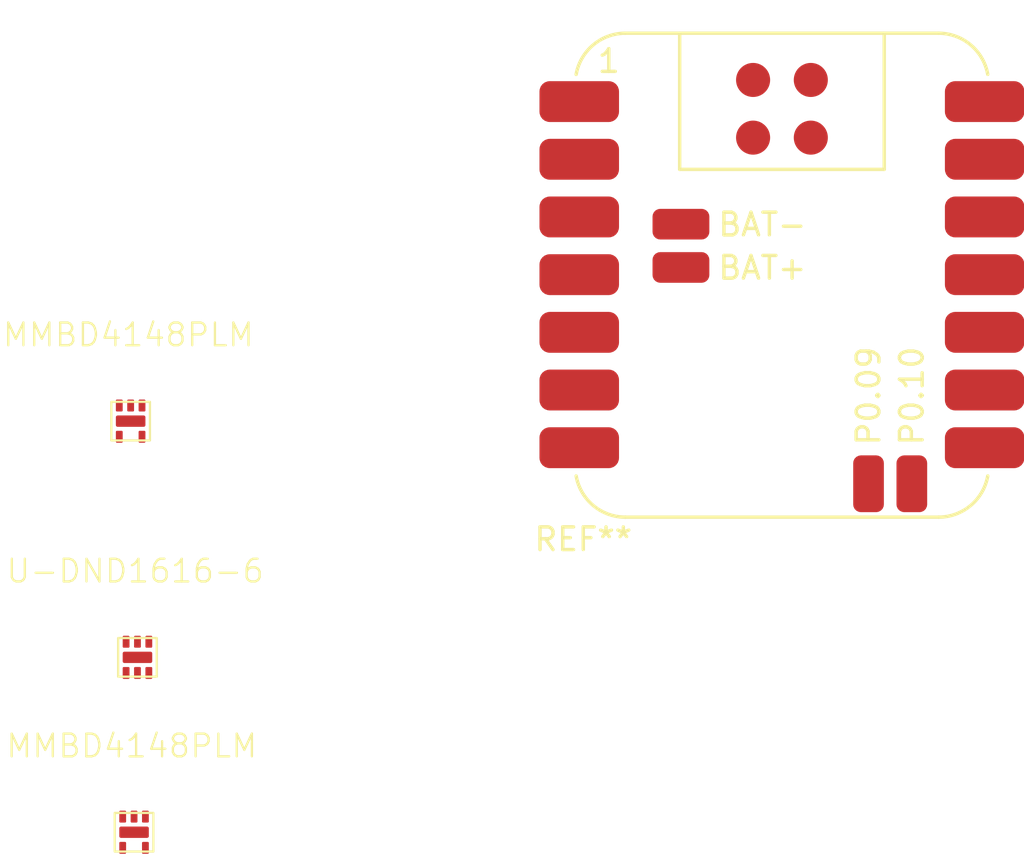
<source format=kicad_pcb>
(kicad_pcb (version 20241229) (generator "pcbnew") (generator_version "9.0")
  (layers (0 "F.Cu" signal) (2 "B.Cu" signal) (13 "F.Paste" user) (15 "B.Paste" user) (5 "F.SilkS" user "F.Silkscreen") (7 "B.SilkS" user "B.Silkscreen") (1 "F.Mask" user) (3 "B.Mask" user) (25 "Edge.Cuts" user))
  (net 0 "")
  (footprint "huntercook:D_MMBD4148PLM" (layer "F.Cu") (at 118.21 90.34)
    (property "Reference" "MMBD4148PLM" (at -0.1 -3.8 0) (layer "F.SilkS") (effects (font (thickness 0.1))))
    (property "Value" "MMBD4148PLM")
    (fp_rect (start -0.85 -0.85) (end 0.85 0.85) (stroke (width 0.1)) (fill no) (layer "F.SilkS"))
    (pad "1" smd roundrect (at -0.5 -0.6875 180) (size 0.3 0.525) (layers "F.Cu" "F.Mask" "F.Paste") (roundrect_rratio 0.15))
    (pad "2" smd roundrect (at 0 -0.6875 180) (size 0.3 0.525) (layers "F.Cu" "F.Mask" "F.Paste") (roundrect_rratio 0.15))
    (pad "3" smd roundrect (at 0.5 -0.6875 180) (size 0.3 0.525) (layers "F.Cu" "F.Mask" "F.Paste") (roundrect_rratio 0.15))
    (pad "4" smd roundrect (at -0.5 0.6875 180) (size 0.3 0.525) (layers "F.Cu" "F.Mask" "F.Paste") (roundrect_rratio 0.15))
    (pad "5" smd roundrect (at 0.5 0.6875 180) (size 0.3 0.525) (layers "F.Cu" "F.Mask" "F.Paste") (roundrect_rratio 0.15))
    (pad "6" smd roundrect (at 0 0 180) (size 1.3 0.5) (layers "F.Cu" "F.Mask" "F.Paste") (roundrect_rratio 0.15))
  )
  (footprint "huntercook:D_MMBD4148PLM" (layer "F.Cu") (at 118.36 108.44)
    (property "Reference" "MMBD4148PLM" (at -0.1 -3.8 0) (layer "F.SilkS") (effects (font (thickness 0.1))))
    (property "Value" "MMBD4148PLM")
    (fp_rect (start -0.85 -0.85) (end 0.85 0.85) (stroke (width 0.1)) (fill no) (layer "F.SilkS"))
    (pad "1" smd roundrect (at -0.5 -0.6875 180) (size 0.3 0.525) (layers "F.Cu" "F.Mask" "F.Paste") (roundrect_rratio 0.15))
    (pad "2" smd roundrect (at 0 -0.6875 180) (size 0.3 0.525) (layers "F.Cu" "F.Mask" "F.Paste") (roundrect_rratio 0.15))
    (pad "3" smd roundrect (at 0.5 -0.6875 180) (size 0.3 0.525) (layers "F.Cu" "F.Mask" "F.Paste") (roundrect_rratio 0.15))
    (pad "4" smd roundrect (at -0.5 0.6875 180) (size 0.3 0.525) (layers "F.Cu" "F.Mask" "F.Paste") (roundrect_rratio 0.15))
    (pad "5" smd roundrect (at 0.5 0.6875 180) (size 0.3 0.525) (layers "F.Cu" "F.Mask" "F.Paste") (roundrect_rratio 0.15))
    (pad "6" smd roundrect (at 0 0 180) (size 1.3 0.5) (layers "F.Cu" "F.Mask" "F.Paste") (roundrect_rratio 0.15))
  )
  (footprint "marbastlib-xp-promicroish:Xiao_nRF52840_AC_Reflow" (layer "F.Cu") (at 146.87 83.89)
    (property "Reference" "REF**" (at -6.5 11.65 0) (layer "F.SilkS") (effects (justify right)))
    (property "Value" "Xiao_nRF52840_ACH_1")
    (fp_line (start -6.890001 -10.63) (end 6.889999 -10.63) (stroke (width 0.15)) (layer "F.SilkS"))
    (fp_line (start -4.500881 -4.6355) (end -4.500881 -10.63) (stroke (width 0.15)) (layer "F.SilkS"))
    (fp_line (start 4.500879 -4.6355) (end -4.500881 -4.6355) (stroke (width 0.15)) (layer "F.SilkS"))
    (fp_line (start 4.500879 -4.6355) (end 4.500879 -10.63) (stroke (width 0.15)) (layer "F.SilkS"))
    (fp_line (start 6.889999 10.6775) (end -6.890001 10.6775) (stroke (width 0.15)) (layer "F.SilkS"))
    (fp_arc (start -9.055742 -8.816738) (mid -8.302299 -10.116834) (end -6.890001 -10.63) (stroke (width 0.15)) (layer "F.SilkS"))
    (fp_arc (start -6.89 10.6775) (mid -8.302299 10.164335) (end -9.055742 8.864239) (stroke (width 0.15)) (layer "F.SilkS"))
    (fp_arc (start 6.889999 -10.63) (mid 8.302298 -10.116835) (end 9.05574 -8.816738) (stroke (width 0.15)) (layer "F.SilkS"))
    (fp_arc (start 9.05574 8.864238) (mid 8.302298 10.164335) (end 6.889999 10.6775) (stroke (width 0.15)) (layer "F.SilkS"))
    (fp_text user "BAT+" (at -2.889999 0.28425 0) (layer "F.SilkS") (effects (justify left bottom)))
    (fp_text user "P0.09" (at 3.81 7.6075 90) (layer "F.SilkS") (effects (justify left)))
    (fp_text user "P0.10" (at 5.715 7.6075 90) (layer "F.SilkS") (effects (justify left)))
    (fp_text user "1" (at -7.62 -8.82 0) (layer "F.SilkS") (effects (justify bottom)))
    (fp_text user "BAT-" (at -2.889999 -1.62075 0) (layer "F.SilkS") (effects (justify left bottom)))
    (pad "1" smd roundrect (at -8.92 -7.62) (size 3.5 1.8) (layers "F.Cu" "F.Mask" "F.Paste"))
    (pad "2" smd roundrect (at -8.92 -5.08) (size 3.5 1.8) (layers "F.Cu" "F.Mask" "F.Paste"))
    (pad "3" smd roundrect (at -8.92 -2.54) (size 3.5 1.8) (layers "F.Cu" "F.Mask" "F.Paste"))
    (pad "4" smd roundrect (at -8.92 0) (size 3.5 1.8) (layers "F.Cu" "F.Mask" "F.Paste"))
    (pad "5" smd roundrect (at -8.92 2.54) (size 3.5 1.8) (layers "F.Cu" "F.Mask" "F.Paste"))
    (pad "6" smd roundrect (at -8.92 5.08) (size 3.5 1.8) (layers "F.Cu" "F.Mask" "F.Paste"))
    (pad "7" smd roundrect (at -8.92 7.62) (size 3.5 1.8) (layers "F.Cu" "F.Mask" "F.Paste"))
    (pad "8" smd roundrect (at 8.92 -7.62 180) (size 3.5 1.8) (layers "F.Cu" "F.Mask" "F.Paste"))
    (pad "9" smd roundrect (at 8.92 -5.08 180) (size 3.5 1.8) (layers "F.Cu" "F.Mask" "F.Paste"))
    (pad "10" smd roundrect (at 8.92 -2.539999 180) (size 3.5 1.8) (layers "F.Cu" "F.Mask" "F.Paste"))
    (pad "11" smd roundrect (at 8.92 0 180) (size 3.5 1.8) (layers "F.Cu" "F.Mask" "F.Paste"))
    (pad "12" smd roundrect (at 8.92 2.54 180) (size 3.5 1.8) (layers "F.Cu" "F.Mask" "F.Paste"))
    (pad "13" smd roundrect (at 8.92 5.08) (size 3.5 1.8) (layers "F.Cu" "F.Mask" "F.Paste"))
    (pad "14" smd roundrect (at 8.92 7.62) (size 3.5 1.8) (layers "F.Cu" "F.Mask" "F.Paste"))
    (pad "15" smd roundrect (at -4.445001 -2.2225) (size 2.5 1.35) (layers "F.Cu" "F.Mask" "F.Paste"))
    (pad "16" smd roundrect (at -4.445002 -0.3175) (size 2.5 1.35) (layers "F.Cu" "F.Mask" "F.Paste"))
    (pad "17" smd roundrect (at 3.81 9.2075 90) (size 2.5 1.35) (layers "F.Cu" "F.Mask" "F.Paste"))
    (pad "18" smd roundrect (at 5.715 9.2075 90) (size 2.5 1.35) (layers "F.Cu" "F.Mask" "F.Paste"))
    (pad "19" smd circle (at -1.27 -8.5725 180) (size 1.5 1.5) (layers "F.Cu" "F.Mask" "F.Paste"))
    (pad "20" smd circle (at 1.27 -8.5725 180) (size 1.5 1.5) (layers "F.Cu" "F.Mask" "F.Paste"))
    (pad "21" smd circle (at -1.27 -6.0325 180) (size 1.5 1.5) (layers "F.Cu" "F.Mask" "F.Paste"))
    (pad "22" smd circle (at 1.27 -6.0325 180) (size 1.5 1.5) (layers "F.Cu" "F.Mask" "F.Paste"))
  )
  (footprint "huntercook:U-DND1616-6" (layer "F.Cu") (at 118.51 100.74)
    (property "Reference" "U-DND1616-6" (at -0.1 -3.8 0) (layer "F.SilkS") (effects (font (thickness 0.1))))
    (property "Value" "U-DND1616-6")
    (fp_rect (start -0.85 -0.85) (end 0.85 0.85) (stroke (width 0.1)) (fill no) (layer "F.SilkS"))
    (pad "1" smd roundrect (at -0.5 -0.6875 180) (size 0.3 0.525) (layers "F.Cu" "F.Mask" "F.Paste") (roundrect_rratio 0.15))
    (pad "2" smd roundrect (at 0 -0.6875 180) (size 0.3 0.525) (layers "F.Cu" "F.Mask" "F.Paste") (roundrect_rratio 0.15))
    (pad "3" smd roundrect (at 0.5 -0.6875 180) (size 0.3 0.525) (layers "F.Cu" "F.Mask" "F.Paste") (roundrect_rratio 0.15))
    (pad "4" smd roundrect (at -0.5 0.6875 180) (size 0.3 0.525) (layers "F.Cu" "F.Mask" "F.Paste") (roundrect_rratio 0.15))
    (pad "5" smd roundrect (at 0 0.687 180) (size 0.3 0.525) (layers "F.Cu" "F.Mask" "F.Paste") (roundrect_rratio 0.15))
    (pad "6" smd roundrect (at 0 0 180) (size 1.3 0.5) (layers "F.Cu" "F.Mask" "F.Paste") (roundrect_rratio 0.15))
    (pad "6" smd roundrect (at 0.5 0.6875 180) (size 0.3 0.525) (layers "F.Cu" "F.Mask" "F.Paste") (roundrect_rratio 0.15))
  )
)
</source>
